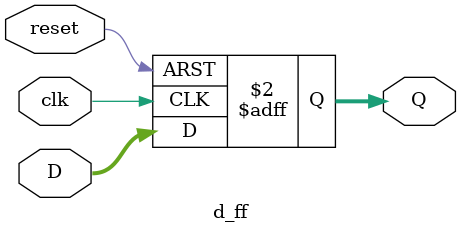
<source format=sv>
module d_ff
        #(
          parameter DATA_WIDTH = 28
        )
        (input wire clk,
        input wire reset,
        input wire [DATA_WIDTH-1:0] D,
        output reg [DATA_WIDTH-1:0]   Q
        );
    
    always@ (posedge clk or posedge reset) begin
        if (reset)
          Q <= 0;
        else
          Q <= D;
    end
    
endmodule

</source>
